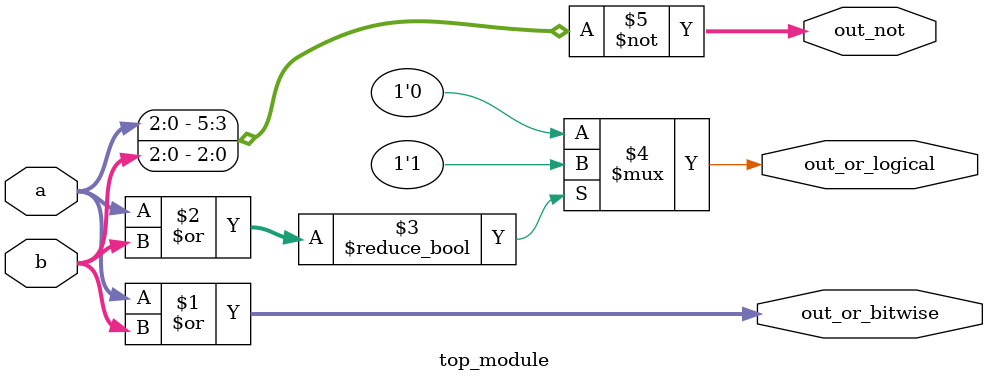
<source format=sv>
module top_module(
    input [2:0] a, 
    input [2:0] b, 
    output [2:0] out_or_bitwise,
    output out_or_logical,
    output [5:0] out_not
);

    assign out_or_bitwise = a | b;
    assign out_or_logical = (a | b) ? 1'b1 : 1'b0;
    assign out_not = ~{a, b};

endmodule

</source>
